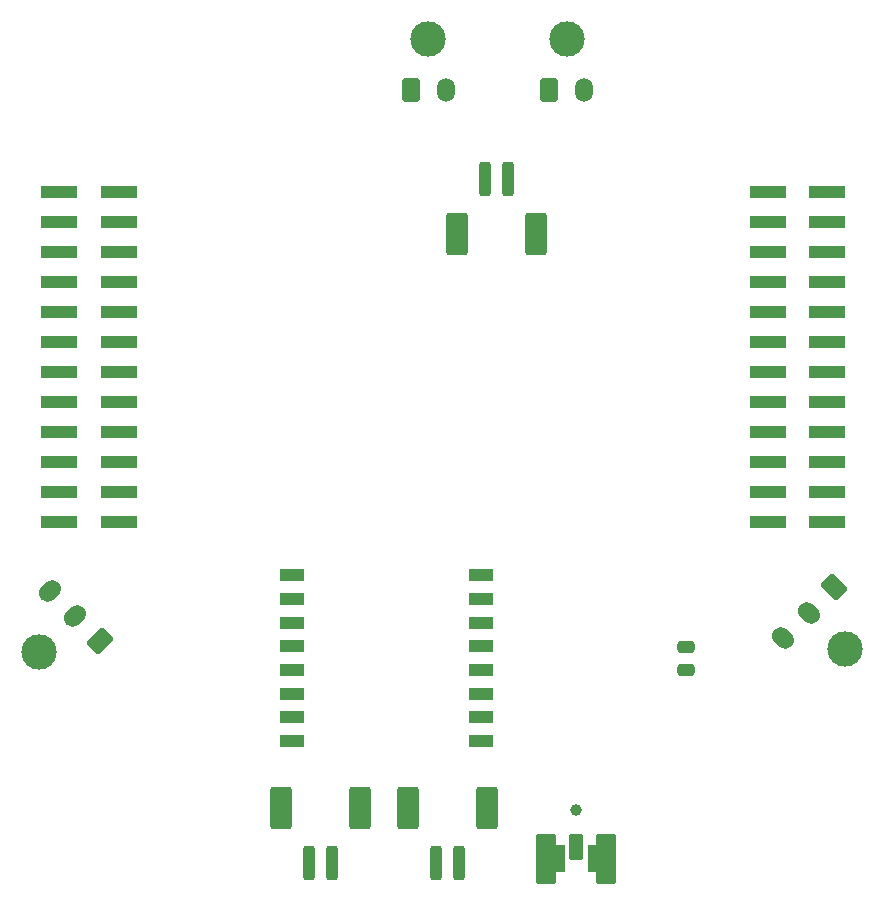
<source format=gbr>
%TF.GenerationSoftware,KiCad,Pcbnew,6.0.1*%
%TF.CreationDate,2022-02-08T14:36:28-06:00*%
%TF.ProjectId,COTS_TELEM,434f5453-5f54-4454-9c45-4d2e6b696361,rev?*%
%TF.SameCoordinates,Original*%
%TF.FileFunction,Soldermask,Top*%
%TF.FilePolarity,Negative*%
%FSLAX46Y46*%
G04 Gerber Fmt 4.6, Leading zero omitted, Abs format (unit mm)*
G04 Created by KiCad (PCBNEW 6.0.1) date 2022-02-08 14:36:28*
%MOMM*%
%LPD*%
G01*
G04 APERTURE LIST*
G04 Aperture macros list*
%AMRoundRect*
0 Rectangle with rounded corners*
0 $1 Rounding radius*
0 $2 $3 $4 $5 $6 $7 $8 $9 X,Y pos of 4 corners*
0 Add a 4 corners polygon primitive as box body*
4,1,4,$2,$3,$4,$5,$6,$7,$8,$9,$2,$3,0*
0 Add four circle primitives for the rounded corners*
1,1,$1+$1,$2,$3*
1,1,$1+$1,$4,$5*
1,1,$1+$1,$6,$7*
1,1,$1+$1,$8,$9*
0 Add four rect primitives between the rounded corners*
20,1,$1+$1,$2,$3,$4,$5,0*
20,1,$1+$1,$4,$5,$6,$7,0*
20,1,$1+$1,$6,$7,$8,$9,0*
20,1,$1+$1,$8,$9,$2,$3,0*%
%AMHorizOval*
0 Thick line with rounded ends*
0 $1 width*
0 $2 $3 position (X,Y) of the first rounded end (center of the circle)*
0 $4 $5 position (X,Y) of the second rounded end (center of the circle)*
0 Add line between two ends*
20,1,$1,$2,$3,$4,$5,0*
0 Add two circle primitives to create the rounded ends*
1,1,$1,$2,$3*
1,1,$1,$4,$5*%
G04 Aperture macros list end*
%ADD10RoundRect,0.250000X-0.475000X0.250000X-0.475000X-0.250000X0.475000X-0.250000X0.475000X0.250000X0*%
%ADD11C,3.000000*%
%ADD12RoundRect,0.250001X-0.183848X0.890953X-0.890953X0.183848X0.183848X-0.890953X0.890953X-0.183848X0*%
%ADD13HorizOval,1.500000X-0.183848X0.183848X0.183848X-0.183848X0*%
%ADD14R,3.150000X1.000000*%
%ADD15RoundRect,0.250000X-0.250000X-1.200000X0.250000X-1.200000X0.250000X1.200000X-0.250000X1.200000X0*%
%ADD16RoundRect,0.250000X-0.650000X-1.550000X0.650000X-1.550000X0.650000X1.550000X-0.650000X1.550000X0*%
%ADD17R,2.000000X1.000000*%
%ADD18RoundRect,0.250001X0.890953X0.183848X0.183848X0.890953X-0.890953X-0.183848X-0.183848X-0.890953X0*%
%ADD19HorizOval,1.500000X0.183848X0.183848X-0.183848X-0.183848X0*%
%ADD20C,1.000000*%
%ADD21RoundRect,0.250001X-0.499999X-0.759999X0.499999X-0.759999X0.499999X0.759999X-0.499999X0.759999X0*%
%ADD22O,1.500000X2.020000*%
%ADD23RoundRect,0.250000X0.250000X1.200000X-0.250000X1.200000X-0.250000X-1.200000X0.250000X-1.200000X0*%
%ADD24RoundRect,0.250000X0.650000X1.550000X-0.650000X1.550000X-0.650000X-1.550000X0.650000X-1.550000X0*%
%ADD25RoundRect,0.050800X0.508000X1.016000X-0.508000X1.016000X-0.508000X-1.016000X0.508000X-1.016000X0*%
%ADD26RoundRect,0.050800X0.762000X2.032000X-0.762000X2.032000X-0.762000X-2.032000X0.762000X-2.032000X0*%
G04 APERTURE END LIST*
%TO.C,X1*%
G36*
X10341800Y-36669000D02*
G01*
X9427400Y-36669000D01*
X9427400Y-34332200D01*
X10341800Y-34332200D01*
X10341800Y-36669000D01*
G37*
G36*
X13132600Y-36669000D02*
G01*
X12218200Y-36669000D01*
X12218200Y-34332200D01*
X13132600Y-34332200D01*
X13132600Y-36669000D01*
G37*
%TD*%
D10*
%TO.C,C1*%
X20550000Y-17600000D03*
X20550000Y-19500000D03*
%TD*%
D11*
%TO.C,J9*%
X33983381Y-17726022D03*
D12*
X33050000Y-12550000D03*
D13*
X30928680Y-14671320D03*
X28807359Y-16792641D03*
%TD*%
D14*
%TO.C,J1*%
X32525000Y-6970000D03*
X27475000Y-6970000D03*
X32525000Y-4430000D03*
X27475000Y-4430000D03*
X32525000Y-1890000D03*
X27475000Y-1890000D03*
X32525000Y650000D03*
X27475000Y650000D03*
X32525000Y3190000D03*
X27475000Y3190000D03*
X32525000Y5730000D03*
X27475000Y5730000D03*
X32525000Y8270000D03*
X27475000Y8270000D03*
X32525000Y10810000D03*
X27475000Y10810000D03*
X32525000Y13350000D03*
X27475000Y13350000D03*
X32525000Y15890000D03*
X27475000Y15890000D03*
X32525000Y18430000D03*
X27475000Y18430000D03*
X32525000Y20970000D03*
X27475000Y20970000D03*
%TD*%
D15*
%TO.C,J5*%
X-11400000Y-35875000D03*
X-9400000Y-35875000D03*
D16*
X-13750000Y-31225000D03*
X-7050000Y-31225000D03*
%TD*%
D17*
%TO.C,U1*%
X-12810000Y-11530000D03*
X-12810000Y-13530000D03*
X-12810000Y-15530000D03*
X-12810000Y-17530000D03*
X-12810000Y-19530000D03*
X-12810000Y-21530000D03*
X-12810000Y-23530000D03*
X-12810000Y-25530000D03*
X3190000Y-25530000D03*
X3190000Y-23530000D03*
X3190000Y-21530000D03*
X3190000Y-19530000D03*
X3190000Y-17530000D03*
X3190000Y-15530000D03*
X3190000Y-13530000D03*
X3190000Y-11530000D03*
%TD*%
D11*
%TO.C,J7*%
X-34247488Y-18047488D03*
D18*
X-29071466Y-17114107D03*
D19*
X-31192786Y-14992787D03*
X-33314107Y-12871466D03*
%TD*%
D20*
%TO.C,JP1*%
X11270000Y-31410000D03*
%TD*%
D11*
%TO.C,J10*%
X10440000Y33900000D03*
D21*
X8940000Y29580000D03*
D22*
X11940000Y29580000D03*
%TD*%
D23*
%TO.C,J11*%
X5500000Y22000000D03*
X3500000Y22000000D03*
D24*
X1150000Y17350000D03*
X7850000Y17350000D03*
%TD*%
D11*
%TO.C,J8*%
X-1250000Y33900000D03*
D21*
X-2750000Y29580000D03*
D22*
X250000Y29580000D03*
%TD*%
D15*
%TO.C,J6*%
X-650000Y-35850000D03*
X1350000Y-35850000D03*
D16*
X3700000Y-31200000D03*
X-3000000Y-31200000D03*
%TD*%
D25*
%TO.C,X1*%
X11280000Y-34510000D03*
D26*
X13820000Y-35526000D03*
X8740000Y-35526000D03*
%TD*%
D14*
%TO.C,J3*%
X-32525000Y20970000D03*
X-27475000Y20970000D03*
X-32525000Y18430000D03*
X-27475000Y18430000D03*
X-32525000Y15890000D03*
X-27475000Y15890000D03*
X-32525000Y13350000D03*
X-27475000Y13350000D03*
X-32525000Y10810000D03*
X-27475000Y10810000D03*
X-32525000Y8270000D03*
X-27475000Y8270000D03*
X-32525000Y5730000D03*
X-27475000Y5730000D03*
X-32525000Y3190000D03*
X-27475000Y3190000D03*
X-32525000Y650000D03*
X-27475000Y650000D03*
X-32525000Y-1890000D03*
X-27475000Y-1890000D03*
X-32525000Y-4430000D03*
X-27475000Y-4430000D03*
X-32525000Y-6970000D03*
X-27475000Y-6970000D03*
%TD*%
M02*

</source>
